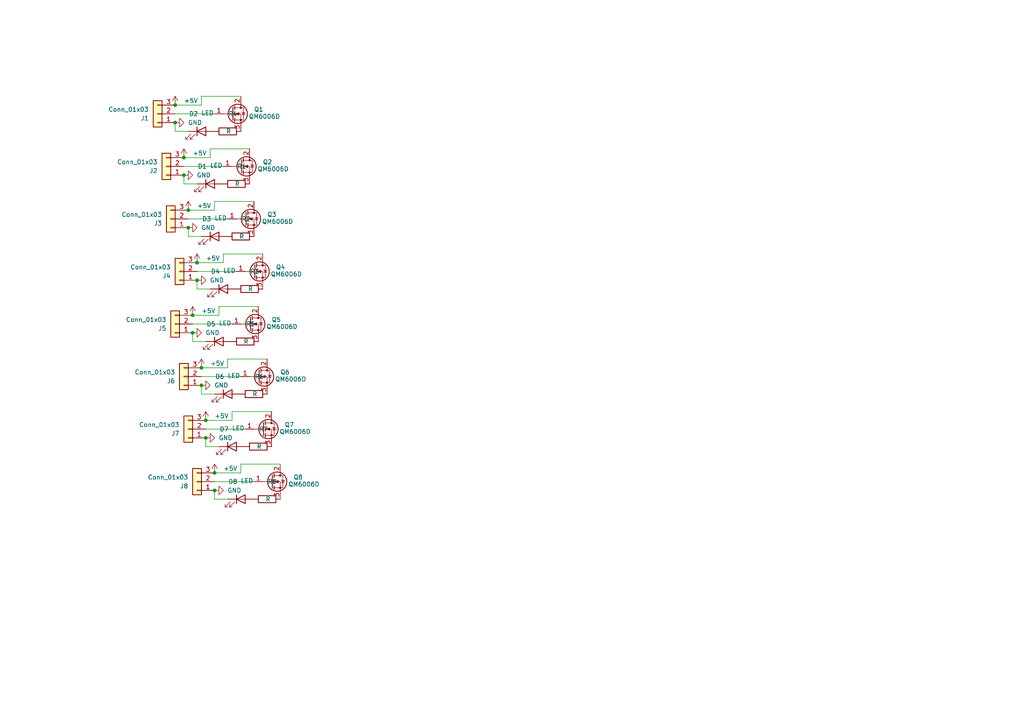
<source format=kicad_sch>
(kicad_sch (version 20250114) (generator "eeschema") (generator_version "9.0")
  (paper "A4")
  (lib_symbols
    (symbol "Connector_Generic:Conn_01x03" (pin_names (offset 1.016) (hide yes))
      (property "Reference" "J" (at 0 5.08 0))
      (property "Value" "Conn_01x03" (at 0 -5.08 0))
      (symbol "Conn_01x03_1_1"
        (rectangle (start -1.27 3.81) (end 1.27 -3.81) (stroke (width 0.254)) (fill (type background)))
        (rectangle (start -1.27 2.667) (end 0 2.413) (stroke (width 0.1524)))
        (rectangle (start -1.27 0.127) (end 0 -0.127) (stroke (width 0.1524)))
        (rectangle (start -1.27 -2.413) (end 0 -2.667) (stroke (width 0.1524)))
        (pin passive line (at -5.08 2.54 0) (length 3.81) (name "Pin_1") (number "1"))
        (pin passive line (at -5.08 0 0) (length 3.81) (name "Pin_2") (number "2"))
        (pin passive line (at -5.08 -2.54 0) (length 3.81) (name "Pin_3") (number "3"))
      )
    )
    (symbol "Device:LED" (pin_numbers (hide yes)) (pin_names (offset 1.016) (hide yes))
      (property "Reference" "D" (at 0 2.54 0))
      (property "Value" "LED" (at 0 -2.54 0))
      (symbol "LED_0_1"
        (polyline (pts (xy -3.048 -0.762) (xy -4.572 -2.286) (xy -3.81 -2.286) (xy -4.572 -2.286) (xy -4.572 -1.524)))
        (polyline (pts (xy -1.778 -0.762) (xy -3.302 -2.286) (xy -2.54 -2.286) (xy -3.302 -2.286) (xy -3.302 -1.524)))
        (polyline (pts (xy -1.27 0) (xy 1.27 0)))
        (polyline (pts (xy -1.27 -1.27) (xy -1.27 1.27)) (stroke (width 0.254)))
        (polyline (pts (xy 1.27 -1.27) (xy 1.27 1.27) (xy -1.27 0) (xy 1.27 -1.27)) (stroke (width 0.254)))
      )
      (symbol "LED_1_1"
        (pin passive line (at -3.81 0 0) (length 2.54) (name "K") (number "1"))
        (pin passive line (at 3.81 0 180) (length 2.54) (name "A") (number "2"))
      )
    )
    (symbol "Device:R" (pin_numbers (hide yes)) (pin_names (offset 0))
      (property "Reference" "R" (at 2.032 0 90))
      (property "Value" "R" (at 0 0 90))
      (symbol "R_0_1"
        (rectangle (start -1.016 -2.54) (end 1.016 2.54) (stroke (width 0.254)))
      )
      (symbol "R_1_1"
        (pin passive line (at 0 3.81 270) (length 1.27) (name "~") (number "1"))
        (pin passive line (at 0 -3.81 90) (length 1.27) (name "~") (number "2"))
      )
    )
    (symbol "Transistor_FET:QM6006D" (pin_names (hide yes))
      (property "Reference" "Q" (at 5.08 1.905 0))
      (property "Value" "QM6006D" (at 5.08 0 0))
      (symbol "QM6006D_0_1"
        (polyline (pts (xy 0.254 1.905) (xy 0.254 -1.905)) (stroke (width 0.254)))
        (polyline (pts (xy 0.254 0) (xy -2.54 0)))
        (polyline (pts (xy 0.762 2.286) (xy 0.762 1.27)) (stroke (width 0.254)))
        (polyline (pts (xy 0.762 0.508) (xy 0.762 -0.508)) (stroke (width 0.254)))
        (polyline (pts (xy 0.762 -1.27) (xy 0.762 -2.286)) (stroke (width 0.254)))
        (polyline (pts (xy 0.762 -1.778) (xy 3.302 -1.778) (xy 3.302 1.778) (xy 0.762 1.778)))
        (polyline (pts (xy 1.016 0) (xy 2.032 0.381) (xy 2.032 -0.381) (xy 1.016 0)) (fill (type outline)))
        (circle (center 1.651 0) (radius 2.794) (stroke (width 0.254)))
        (polyline (pts (xy 2.54 2.54) (xy 2.54 1.778)))
        (circle (center 2.54 1.778) (radius 0.254) (fill (type outline)))
        (circle (center 2.54 -1.778) (radius 0.254) (fill (type outline)))
        (polyline (pts (xy 2.54 -2.54) (xy 2.54 0) (xy 0.762 0)))
        (polyline (pts (xy 2.794 0.508) (xy 2.921 0.381) (xy 3.683 0.381) (xy 3.81 0.254)))
        (polyline (pts (xy 3.302 0.381) (xy 2.921 -0.254) (xy 3.683 -0.254) (xy 3.302 0.381)))
      )
      (symbol "QM6006D_1_1"
        (pin input line (at -5.08 0 0) (length 2.54) (name "G") (number "1"))
        (pin passive line (at 2.54 5.08 270) (length 2.54) (name "D") (number "2"))
        (pin passive line (at 2.54 -5.08 90) (length 2.54) (name "S") (number "3"))
      )
    )
    (symbol "power:+5V" (power) (pin_numbers (hide yes)) (pin_names (offset 0) (hide yes))
      (property "Value" "+5V" (at 0 3.556 0))
      (symbol "+5V_0_1"
        (polyline (pts (xy -0.762 1.27) (xy 0 2.54)))
        (polyline (pts (xy 0 2.54) (xy 0.762 1.27)))
        (polyline (pts (xy 0 0) (xy 0 2.54)))
      )
      (symbol "+5V_1_1"
        (pin power_in line (at 0 0 90) (length 0) (name "~") (number "1"))
      )
    )
    (symbol "power:GND" (power) (pin_numbers (hide yes)) (pin_names (offset 0) (hide yes))
      (property "Value" "GND" (at 0 -3.81 0))
      (symbol "GND_0_1"
        (polyline (pts (xy 0 0) (xy 0 -1.27) (xy 1.27 -1.27) (xy 0 -2.54) (xy -1.27 -1.27) (xy 0 -1.27)))
      )
      (symbol "GND_1_1"
        (pin power_in line (at 0 0 270) (length 0) (name "~") (number "1"))
      )
    )
  )
  (junction (at 62.23 137.16))
  (junction (at 55.88 91.44))
  (junction (at 57.15 81.28))
  (junction (at 58.42 106.68))
  (junction (at 53.34 45.72))
  (junction (at 59.69 127))
  (junction (at 59.69 121.92))
  (junction (at 62.23 142.24))
  (junction (at 50.8 30.48))
  (junction (at 58.42 111.76))
  (junction (at 55.88 96.52))
  (junction (at 57.15 76.2))
  (junction (at 54.61 66.04))
  (junction (at 54.61 60.96))
  (junction (at 53.34 50.8))
  (junction (at 50.8 35.56))
  (wire (pts (xy 59.69 124.46) (xy 71.12 124.46)))
  (wire (pts (xy 67.31 121.92) (xy 59.69 121.92)))
  (wire (pts (xy 64.77 73.66) (xy 64.77 76.2)))
  (wire (pts (xy 78.74 119.38) (xy 67.31 119.38)))
  (wire (pts (xy 59.69 99.06) (xy 55.88 99.06)))
  (wire (pts (xy 62.23 60.96) (xy 54.61 60.96)))
  (wire (pts (xy 53.34 53.34) (xy 53.34 50.8)))
  (wire (pts (xy 66.04 106.68) (xy 58.42 106.68)))
  (wire (pts (xy 50.8 38.1) (xy 50.8 35.56)))
  (wire (pts (xy 62.23 139.7) (xy 73.66 139.7)))
  (wire (pts (xy 60.96 83.82) (xy 57.15 83.82)))
  (wire (pts (xy 58.42 114.3) (xy 58.42 111.76)))
  (wire (pts (xy 64.77 76.2) (xy 57.15 76.2)))
  (wire (pts (xy 58.42 30.48) (xy 50.8 30.48)))
  (wire (pts (xy 69.85 134.62) (xy 69.85 137.16)))
  (wire (pts (xy 69.85 137.16) (xy 62.23 137.16)))
  (wire (pts (xy 55.88 99.06) (xy 55.88 96.52)))
  (wire (pts (xy 60.96 45.72) (xy 53.34 45.72)))
  (wire (pts (xy 62.23 58.42) (xy 62.23 60.96)))
  (wire (pts (xy 54.61 38.1) (xy 50.8 38.1)))
  (wire (pts (xy 67.31 119.38) (xy 67.31 121.92)))
  (wire (pts (xy 53.34 48.26) (xy 64.77 48.26)))
  (wire (pts (xy 54.61 63.5) (xy 66.04 63.5)))
  (wire (pts (xy 66.04 104.14) (xy 66.04 106.68)))
  (wire (pts (xy 62.23 144.78) (xy 62.23 142.24)))
  (wire (pts (xy 62.23 114.3) (xy 58.42 114.3)))
  (wire (pts (xy 63.5 129.54) (xy 59.69 129.54)))
  (wire (pts (xy 54.61 68.58) (xy 54.61 66.04)))
  (wire (pts (xy 63.5 91.44) (xy 55.88 91.44)))
  (wire (pts (xy 81.28 134.62) (xy 69.85 134.62)))
  (wire (pts (xy 72.39 43.18) (xy 60.96 43.18)))
  (wire (pts (xy 57.15 53.34) (xy 53.34 53.34)))
  (wire (pts (xy 58.42 68.58) (xy 54.61 68.58)))
  (wire (pts (xy 66.04 144.78) (xy 62.23 144.78)))
  (wire (pts (xy 57.15 83.82) (xy 57.15 81.28)))
  (wire (pts (xy 58.42 27.94) (xy 58.42 30.48)))
  (wire (pts (xy 59.69 129.54) (xy 59.69 127)))
  (wire (pts (xy 63.5 88.9) (xy 63.5 91.44)))
  (wire (pts (xy 58.42 109.22) (xy 69.85 109.22)))
  (wire (pts (xy 74.93 88.9) (xy 63.5 88.9)))
  (wire (pts (xy 69.85 27.94) (xy 58.42 27.94)))
  (wire (pts (xy 55.88 93.98) (xy 67.31 93.98)))
  (wire (pts (xy 76.2 73.66) (xy 64.77 73.66)))
  (wire (pts (xy 57.15 78.74) (xy 68.58 78.74)))
  (wire (pts (xy 73.66 58.42) (xy 62.23 58.42)))
  (wire (pts (xy 77.47 104.14) (xy 66.04 104.14)))
  (wire (pts (xy 60.96 43.18) (xy 60.96 45.72)))
  (wire (pts (xy 50.8 33.02) (xy 62.23 33.02)))
  (symbol (lib_id "power:GND") (at 57.15 81.28 90) (unit 1)
    (property "Reference" "#PWR08" (effects (hide yes)))
    (property "Value" "GND" (at 60.8595 81.2799 90) (effects (justify right)))
    (property "Description" "Power symbol creates a global label with name \"GND\" , ground" (effects (hide yes)))
  )
  (symbol (lib_id "Device:LED") (at 63.5 99.06 0) (unit 1)
    (property "Reference" "D5" (at 61.214 93.98 0))
    (property "Value" "LED" (at 65.278 93.726 0))
    (property "Footprint" "LED_SMD:LED_1206_3216Metric" (effects (hide yes)))
    (property "Description" "Light emitting diode" (effects (hide yes)))
    (property "Sim.Pins" "1=K 2=A" (effects (hide yes)))
  )
  (symbol (lib_id "power:GND") (at 50.8 35.56 90) (unit 1)
    (property "Reference" "#PWR04" (effects (hide yes)))
    (property "Value" "GND" (at 54.5095 35.5599 90) (effects (justify right)))
    (property "Description" "Power symbol creates a global label with name \"GND\" , ground" (effects (hide yes)))
  )
  (symbol (lib_id "power:GND") (at 53.34 50.8 90) (unit 1)
    (property "Reference" "#PWR02" (effects (hide yes)))
    (property "Value" "GND" (at 57.0495 50.7999 90) (effects (justify right)))
    (property "Description" "Power symbol creates a global label with name \"GND\" , ground" (effects (hide yes)))
  )
  (symbol (lib_id "Transistor_FET:QM6006D") (at 76.2 124.46 0) (unit 1)
    (property "Reference" "Q7" (at 82.55 123.1899 0) (effects (justify left)))
    (property "Value" "QM6006D" (at 81.026 125.222 0) (effects (justify left)))
    (property "Footprint" "Package_TO_SOT_SMD:TO-252-2" (effects (hide yes)))
    (property "Datasheet" "http://www.jaolen.com/images/pdf/QM6006D.pdf" (effects (hide yes)))
    (property "Description" "35A Id, 60V Vds, N-Channel Power MOSFET, 18mOhm Ron, 19.3nC Qg (typ), TO252" (effects (hide yes)))
  )
  (symbol (lib_id "Connector_Generic:Conn_01x03") (at 52.07 78.74 180) (unit 1)
    (property "Reference" "J4" (at 49.53 80.0101 0) (effects (justify left)))
    (property "Value" "Conn_01x03" (at 49.53 77.4701 0) (effects (justify left)))
    (property "Footprint" "Connector_PinSocket_2.54mm:PinSocket_1x03_P2.54mm_Horizontal" (effects (hide yes)))
    (property "Description" "Generic connector, single row, 01x03, script generated (kicad-library-utils/schlib/autogen/connector/)" (effects (hide yes)))
  )
  (symbol (lib_id "Transistor_FET:QM6006D") (at 78.74 139.7 0) (unit 1)
    (property "Reference" "Q8" (at 85.09 138.4299 0) (effects (justify left)))
    (property "Value" "QM6006D" (at 83.566 140.462 0) (effects (justify left)))
    (property "Footprint" "Package_TO_SOT_SMD:TO-252-2" (effects (hide yes)))
    (property "Datasheet" "http://www.jaolen.com/images/pdf/QM6006D.pdf" (effects (hide yes)))
    (property "Description" "35A Id, 60V Vds, N-Channel Power MOSFET, 18mOhm Ron, 19.3nC Qg (typ), TO252" (effects (hide yes)))
  )
  (symbol (lib_id "Device:LED") (at 66.04 114.3 0) (unit 1)
    (property "Reference" "D6" (at 63.754 109.22 0))
    (property "Value" "LED" (at 67.818 108.966 0))
    (property "Footprint" "LED_SMD:LED_1206_3216Metric" (effects (hide yes)))
    (property "Description" "Light emitting diode" (effects (hide yes)))
    (property "Sim.Pins" "1=K 2=A" (effects (hide yes)))
  )
  (symbol (lib_id "Device:LED") (at 60.96 53.34 0) (unit 1)
    (property "Reference" "D1" (at 58.674 48.26 0))
    (property "Value" "LED" (at 62.738 48.006 0))
    (property "Footprint" "LED_SMD:LED_1206_3216Metric" (effects (hide yes)))
    (property "Description" "Light emitting diode" (effects (hide yes)))
    (property "Sim.Pins" "1=K 2=A" (effects (hide yes)))
  )
  (symbol (lib_id "Device:LED") (at 69.85 144.78 0) (unit 1)
    (property "Reference" "D8" (at 67.564 139.7 0))
    (property "Value" "LED" (at 71.628 139.446 0))
    (property "Footprint" "LED_SMD:LED_1206_3216Metric" (effects (hide yes)))
    (property "Description" "Light emitting diode" (effects (hide yes)))
    (property "Sim.Pins" "1=K 2=A" (effects (hide yes)))
  )
  (symbol (lib_id "Connector_Generic:Conn_01x03") (at 49.53 63.5 180) (unit 1)
    (property "Reference" "J3" (at 46.99 64.7701 0) (effects (justify left)))
    (property "Value" "Conn_01x03" (at 46.99 62.2301 0) (effects (justify left)))
    (property "Footprint" "Connector_PinSocket_2.54mm:PinSocket_1x03_P2.54mm_Horizontal" (effects (hide yes)))
    (property "Description" "Generic connector, single row, 01x03, script generated (kicad-library-utils/schlib/autogen/connector/)" (effects (hide yes)))
  )
  (symbol (lib_id "Device:R") (at 69.85 68.58 270) (unit 1)
    (property "Reference" "R2" (at 71.374 63.5 90))
    (property "Value" "R" (at 70.104 68.58 90))
    (property "Footprint" "Resistor_SMD:R_1206_3216Metric" (effects (hide yes)))
    (property "Description" "Resistor" (effects (hide yes)))
  )
  (symbol (lib_id "power:+5V") (at 53.34 45.72 0) (unit 1)
    (property "Reference" "#PWR01" (effects (hide yes)))
    (property "Value" "+5V" (at 55.88 44.4499 0) (effects (justify left)))
    (property "Description" "Power symbol creates a global label with name \"+5V\"" (effects (hide yes)))
  )
  (symbol (lib_id "Device:LED") (at 67.31 129.54 0) (unit 1)
    (property "Reference" "D7" (at 65.024 124.46 0))
    (property "Value" "LED" (at 69.088 124.206 0))
    (property "Footprint" "LED_SMD:LED_1206_3216Metric" (effects (hide yes)))
    (property "Description" "Light emitting diode" (effects (hide yes)))
    (property "Sim.Pins" "1=K 2=A" (effects (hide yes)))
  )
  (symbol (lib_id "Device:R") (at 77.47 144.78 270) (unit 1)
    (property "Reference" "R8" (at 78.994 139.7 90))
    (property "Value" "R" (at 77.724 144.78 90))
    (property "Footprint" "Resistor_SMD:R_1206_3216Metric" (effects (hide yes)))
    (property "Description" "Resistor" (effects (hide yes)))
  )
  (symbol (lib_id "Transistor_FET:QM6006D") (at 72.39 93.98 0) (unit 1)
    (property "Reference" "Q5" (at 78.74 92.7099 0) (effects (justify left)))
    (property "Value" "QM6006D" (at 77.216 94.742 0) (effects (justify left)))
    (property "Footprint" "Package_TO_SOT_SMD:TO-252-2" (effects (hide yes)))
    (property "Datasheet" "http://www.jaolen.com/images/pdf/QM6006D.pdf" (effects (hide yes)))
    (property "Description" "35A Id, 60V Vds, N-Channel Power MOSFET, 18mOhm Ron, 19.3nC Qg (typ), TO252" (effects (hide yes)))
  )
  (symbol (lib_id "Connector_Generic:Conn_01x03") (at 48.26 48.26 180) (unit 1)
    (property "Reference" "J2" (at 45.72 49.5301 0) (effects (justify left)))
    (property "Value" "Conn_01x03" (at 45.72 46.9901 0) (effects (justify left)))
    (property "Footprint" "Connector_PinSocket_2.54mm:PinSocket_1x03_P2.54mm_Horizontal" (effects (hide yes)))
    (property "Description" "Generic connector, single row, 01x03, script generated (kicad-library-utils/schlib/autogen/connector/)" (effects (hide yes)))
  )
  (symbol (lib_id "Connector_Generic:Conn_01x03") (at 57.15 139.7 180) (unit 1)
    (property "Reference" "J8" (at 54.61 140.9701 0) (effects (justify left)))
    (property "Value" "Conn_01x03" (at 54.61 138.4301 0) (effects (justify left)))
    (property "Footprint" "Connector_PinSocket_2.54mm:PinSocket_1x03_P2.54mm_Horizontal" (effects (hide yes)))
    (property "Description" "Generic connector, single row, 01x03, script generated (kicad-library-utils/schlib/autogen/connector/)" (effects (hide yes)))
  )
  (symbol (lib_id "power:GND") (at 62.23 142.24 90) (unit 1)
    (property "Reference" "#PWR016" (effects (hide yes)))
    (property "Value" "GND" (at 65.9395 142.2399 90) (effects (justify right)))
    (property "Description" "Power symbol creates a global label with name \"GND\" , ground" (effects (hide yes)))
  )
  (symbol (lib_id "power:GND") (at 58.42 111.76 90) (unit 1)
    (property "Reference" "#PWR012" (effects (hide yes)))
    (property "Value" "GND" (at 62.1295 111.7599 90) (effects (justify right)))
    (property "Description" "Power symbol creates a global label with name \"GND\" , ground" (effects (hide yes)))
  )
  (symbol (lib_id "Device:R") (at 68.58 53.34 270) (unit 1)
    (property "Reference" "R1" (at 70.104 48.26 90))
    (property "Value" "R" (at 68.834 53.34 90))
    (property "Footprint" "Resistor_SMD:R_1206_3216Metric" (effects (hide yes)))
    (property "Description" "Resistor" (effects (hide yes)))
  )
  (symbol (lib_id "Transistor_FET:QM6006D") (at 69.85 48.26 0) (unit 1)
    (property "Reference" "Q2" (at 76.2 46.9899 0) (effects (justify left)))
    (property "Value" "QM6006D" (at 74.676 49.022 0) (effects (justify left)))
    (property "Footprint" "Package_TO_SOT_SMD:TO-252-2" (effects (hide yes)))
    (property "Datasheet" "http://www.jaolen.com/images/pdf/QM6006D.pdf" (effects (hide yes)))
    (property "Description" "35A Id, 60V Vds, N-Channel Power MOSFET, 18mOhm Ron, 19.3nC Qg (typ), TO252" (effects (hide yes)))
  )
  (symbol (lib_id "Transistor_FET:QM6006D") (at 67.31 33.02 0) (unit 1)
    (property "Reference" "Q1" (at 73.66 31.7499 0) (effects (justify left)))
    (property "Value" "QM6006D" (at 72.136 33.782 0) (effects (justify left)))
    (property "Footprint" "Package_TO_SOT_SMD:TO-252-2" (effects (hide yes)))
    (property "Datasheet" "http://www.jaolen.com/images/pdf/QM6006D.pdf" (effects (hide yes)))
    (property "Description" "35A Id, 60V Vds, N-Channel Power MOSFET, 18mOhm Ron, 19.3nC Qg (typ), TO252" (effects (hide yes)))
  )
  (symbol (lib_id "Connector_Generic:Conn_01x03") (at 54.61 124.46 180) (unit 1)
    (property "Reference" "J7" (at 52.07 125.7301 0) (effects (justify left)))
    (property "Value" "Conn_01x03" (at 52.07 123.1901 0) (effects (justify left)))
    (property "Footprint" "Connector_PinSocket_2.54mm:PinSocket_1x03_P2.54mm_Horizontal" (effects (hide yes)))
    (property "Description" "Generic connector, single row, 01x03, script generated (kicad-library-utils/schlib/autogen/connector/)" (effects (hide yes)))
  )
  (symbol (lib_id "Device:R") (at 66.04 38.1 270) (unit 1)
    (property "Reference" "R4" (at 67.564 33.02 90))
    (property "Value" "R" (at 66.294 38.1 90))
    (property "Footprint" "Resistor_SMD:R_1206_3216Metric" (effects (hide yes)))
    (property "Description" "Resistor" (effects (hide yes)))
  )
  (symbol (lib_id "power:+5V") (at 59.69 121.92 0) (unit 1)
    (property "Reference" "#PWR013" (effects (hide yes)))
    (property "Value" "+5V" (at 62.23 120.6499 0) (effects (justify left)))
    (property "Description" "Power symbol creates a global label with name \"+5V\"" (effects (hide yes)))
  )
  (symbol (lib_id "power:+5V") (at 50.8 30.48 0) (unit 1)
    (property "Reference" "#PWR06" (effects (hide yes)))
    (property "Value" "+5V" (at 53.34 29.2099 0) (effects (justify left)))
    (property "Description" "Power symbol creates a global label with name \"+5V\"" (effects (hide yes)))
  )
  (symbol (lib_id "Device:R") (at 72.39 83.82 270) (unit 1)
    (property "Reference" "R3" (at 73.914 78.74 90))
    (property "Value" "R" (at 72.644 83.82 90))
    (property "Footprint" "Resistor_SMD:R_1206_3216Metric" (effects (hide yes)))
    (property "Description" "Resistor" (effects (hide yes)))
  )
  (symbol (lib_id "power:GND") (at 54.61 66.04 90) (unit 1)
    (property "Reference" "#PWR05" (effects (hide yes)))
    (property "Value" "GND" (at 58.3195 66.0399 90) (effects (justify right)))
    (property "Description" "Power symbol creates a global label with name \"GND\" , ground" (effects (hide yes)))
  )
  (symbol (lib_id "Connector_Generic:Conn_01x03") (at 45.72 33.02 180) (unit 1)
    (property "Reference" "J1" (at 43.18 34.2901 0) (effects (justify left)))
    (property "Value" "Conn_01x03" (at 43.18 31.7501 0) (effects (justify left)))
    (property "Footprint" "Connector_PinSocket_2.54mm:PinSocket_1x03_P2.54mm_Horizontal" (effects (hide yes)))
    (property "Description" "Generic connector, single row, 01x03, script generated (kicad-library-utils/schlib/autogen/connector/)" (effects (hide yes)))
  )
  (symbol (lib_id "power:+5V") (at 54.61 60.96 0) (unit 1)
    (property "Reference" "#PWR03" (effects (hide yes)))
    (property "Value" "+5V" (at 57.15 59.6899 0) (effects (justify left)))
    (property "Description" "Power symbol creates a global label with name \"+5V\"" (effects (hide yes)))
  )
  (symbol (lib_id "Transistor_FET:QM6006D") (at 73.66 78.74 0) (unit 1)
    (property "Reference" "Q4" (at 80.01 77.4699 0) (effects (justify left)))
    (property "Value" "QM6006D" (at 78.486 79.502 0) (effects (justify left)))
    (property "Footprint" "Package_TO_SOT_SMD:TO-252-2" (effects (hide yes)))
    (property "Datasheet" "http://www.jaolen.com/images/pdf/QM6006D.pdf" (effects (hide yes)))
    (property "Description" "35A Id, 60V Vds, N-Channel Power MOSFET, 18mOhm Ron, 19.3nC Qg (typ), TO252" (effects (hide yes)))
  )
  (symbol (lib_id "Transistor_FET:QM6006D") (at 71.12 63.5 0) (unit 1)
    (property "Reference" "Q3" (at 77.47 62.2299 0) (effects (justify left)))
    (property "Value" "QM6006D" (at 75.946 64.262 0) (effects (justify left)))
    (property "Footprint" "Package_TO_SOT_SMD:TO-252-2" (effects (hide yes)))
    (property "Datasheet" "http://www.jaolen.com/images/pdf/QM6006D.pdf" (effects (hide yes)))
    (property "Description" "35A Id, 60V Vds, N-Channel Power MOSFET, 18mOhm Ron, 19.3nC Qg (typ), TO252" (effects (hide yes)))
  )
  (symbol (lib_id "Connector_Generic:Conn_01x03") (at 50.8 93.98 180) (unit 1)
    (property "Reference" "J5" (at 48.26 95.2501 0) (effects (justify left)))
    (property "Value" "Conn_01x03" (at 48.26 92.7101 0) (effects (justify left)))
    (property "Footprint" "Connector_PinSocket_2.54mm:PinSocket_1x03_P2.54mm_Horizontal" (effects (hide yes)))
    (property "Description" "Generic connector, single row, 01x03, script generated (kicad-library-utils/schlib/autogen/connector/)" (effects (hide yes)))
  )
  (symbol (lib_id "Connector_Generic:Conn_01x03") (at 53.34 109.22 180) (unit 1)
    (property "Reference" "J6" (at 50.8 110.4901 0) (effects (justify left)))
    (property "Value" "Conn_01x03" (at 50.8 107.9501 0) (effects (justify left)))
    (property "Footprint" "Connector_PinSocket_2.54mm:PinSocket_1x03_P2.54mm_Horizontal" (effects (hide yes)))
    (property "Description" "Generic connector, single row, 01x03, script generated (kicad-library-utils/schlib/autogen/connector/)" (effects (hide yes)))
  )
  (symbol (lib_id "power:+5V") (at 62.23 137.16 0) (unit 1)
    (property "Reference" "#PWR015" (effects (hide yes)))
    (property "Value" "+5V" (at 64.77 135.8899 0) (effects (justify left)))
    (property "Description" "Power symbol creates a global label with name \"+5V\"" (effects (hide yes)))
  )
  (symbol (lib_id "Transistor_FET:QM6006D") (at 74.93 109.22 0) (unit 1)
    (property "Reference" "Q6" (at 81.28 107.9499 0) (effects (justify left)))
    (property "Value" "QM6006D" (at 79.756 109.982 0) (effects (justify left)))
    (property "Footprint" "Package_TO_SOT_SMD:TO-252-2" (effects (hide yes)))
    (property "Datasheet" "http://www.jaolen.com/images/pdf/QM6006D.pdf" (effects (hide yes)))
    (property "Description" "35A Id, 60V Vds, N-Channel Power MOSFET, 18mOhm Ron, 19.3nC Qg (typ), TO252" (effects (hide yes)))
  )
  (symbol (lib_id "Device:LED") (at 58.42 38.1 0) (unit 1)
    (property "Reference" "D2" (at 56.134 33.02 0))
    (property "Value" "LED" (at 60.198 32.766 0))
    (property "Footprint" "LED_SMD:LED_1206_3216Metric" (effects (hide yes)))
    (property "Description" "Light emitting diode" (effects (hide yes)))
    (property "Sim.Pins" "1=K 2=A" (effects (hide yes)))
  )
  (symbol (lib_id "power:GND") (at 59.69 127 90) (unit 1)
    (property "Reference" "#PWR014" (effects (hide yes)))
    (property "Value" "GND" (at 63.3995 126.9999 90) (effects (justify right)))
    (property "Description" "Power symbol creates a global label with name \"GND\" , ground" (effects (hide yes)))
  )
  (symbol (lib_id "Device:R") (at 73.66 114.3 270) (unit 1)
    (property "Reference" "R6" (at 75.184 109.22 90))
    (property "Value" "R" (at 73.914 114.3 90))
    (property "Footprint" "Resistor_SMD:R_1206_3216Metric" (effects (hide yes)))
    (property "Description" "Resistor" (effects (hide yes)))
  )
  (symbol (lib_id "power:GND") (at 55.88 96.52 90) (unit 1)
    (property "Reference" "#PWR010" (effects (hide yes)))
    (property "Value" "GND" (at 59.5895 96.5199 90) (effects (justify right)))
    (property "Description" "Power symbol creates a global label with name \"GND\" , ground" (effects (hide yes)))
  )
  (symbol (lib_id "Device:LED") (at 64.77 83.82 0) (unit 1)
    (property "Reference" "D4" (at 62.484 78.74 0))
    (property "Value" "LED" (at 66.548 78.486 0))
    (property "Footprint" "LED_SMD:LED_1206_3216Metric" (effects (hide yes)))
    (property "Description" "Light emitting diode" (effects (hide yes)))
    (property "Sim.Pins" "1=K 2=A" (effects (hide yes)))
  )
  (symbol (lib_id "power:+5V") (at 55.88 91.44 0) (unit 1)
    (property "Reference" "#PWR09" (effects (hide yes)))
    (property "Value" "+5V" (at 58.42 90.1699 0) (effects (justify left)))
    (property "Description" "Power symbol creates a global label with name \"+5V\"" (effects (hide yes)))
  )
  (symbol (lib_id "power:+5V") (at 57.15 76.2 0) (unit 1)
    (property "Reference" "#PWR07" (effects (hide yes)))
    (property "Value" "+5V" (at 59.69 74.9299 0) (effects (justify left)))
    (property "Description" "Power symbol creates a global label with name \"+5V\"" (effects (hide yes)))
  )
  (symbol (lib_id "Device:R") (at 71.12 99.06 270) (unit 1)
    (property "Reference" "R5" (at 72.644 93.98 90))
    (property "Value" "R" (at 71.374 99.06 90))
    (property "Footprint" "Resistor_SMD:R_1206_3216Metric" (effects (hide yes)))
    (property "Description" "Resistor" (effects (hide yes)))
  )
  (symbol (lib_id "power:+5V") (at 58.42 106.68 0) (unit 1)
    (property "Reference" "#PWR011" (effects (hide yes)))
    (property "Value" "+5V" (at 60.96 105.4099 0) (effects (justify left)))
    (property "Description" "Power symbol creates a global label with name \"+5V\"" (effects (hide yes)))
  )
  (symbol (lib_id "Device:LED") (at 62.23 68.58 0) (unit 1)
    (property "Reference" "D3" (at 59.944 63.5 0))
    (property "Value" "LED" (at 64.008 63.246 0))
    (property "Footprint" "LED_SMD:LED_1206_3216Metric" (effects (hide yes)))
    (property "Description" "Light emitting diode" (effects (hide yes)))
    (property "Sim.Pins" "1=K 2=A" (effects (hide yes)))
  )
  (symbol (lib_id "Device:R") (at 74.93 129.54 270) (unit 1)
    (property "Reference" "R7" (at 76.454 124.46 90))
    (property "Value" "R" (at 75.184 129.54 90))
    (property "Footprint" "Resistor_SMD:R_1206_3216Metric" (effects (hide yes)))
    (property "Description" "Resistor" (effects (hide yes)))
  )
)
</source>
